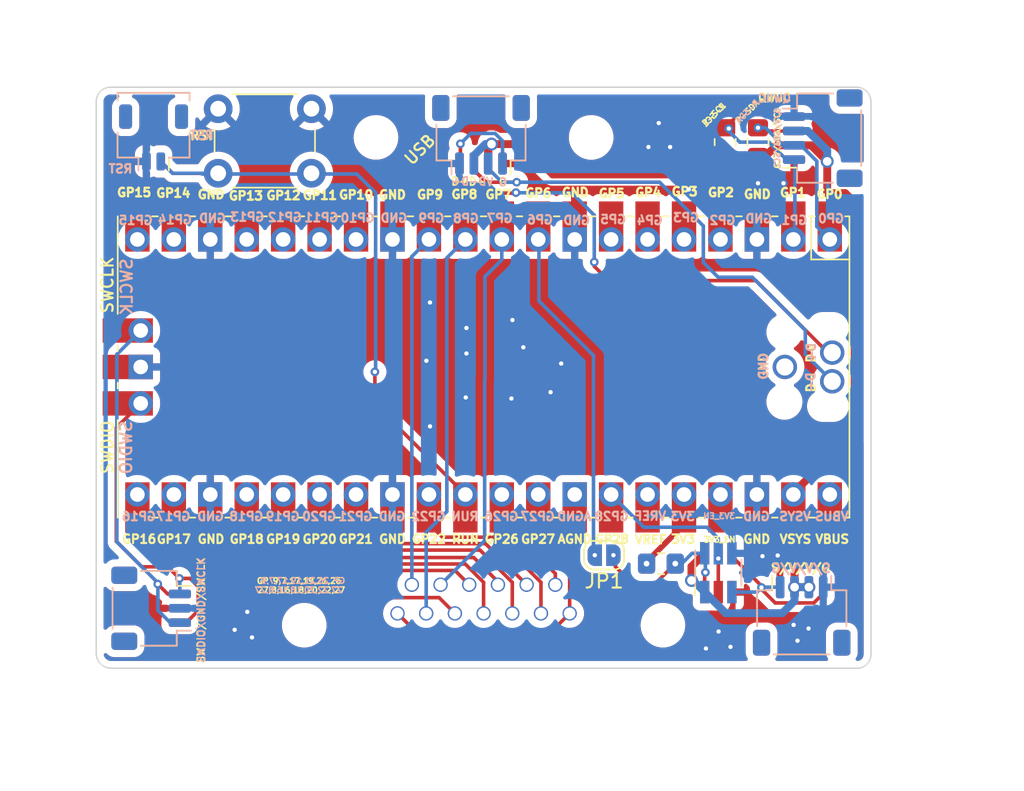
<source format=kicad_pcb>
(kicad_pcb (version 20211014) (generator pcbnew)
  (layers (0 "F.Cu" signal) (31 "B.Cu" signal) (34 "B.Paste" user) (35 "F.Paste" user) (36 "B.SilkS" user "B.Silkscreen") (37 "F.SilkS" user "F.Silkscreen") (38 "B.Mask" user) (39 "F.Mask" user) (44 "Edge.Cuts" user))
  (net 0 "")
  (net 12 "SWCLK")
  (net 13 "SWDIO")
  (net 14 "RGB_5v")
  (net 15 "SCL")
  (net 16 "SDA")
  (net 17 "VCC")
  (net 18 "GND")
  (net 19 "RGB")
  (net 20 "GP1")
  (net 21 "GP2")
  (net 22 "GP3")
  (net 23 "GP4")
  (net 24 "GP5")
  (net 25 "GP6")
  (net 26 "GP7")
  (net 27 "GP8")
  (net 28 "GP9")
  (net 29 "GP12")
  (net 30 "GP11")
  (net 31 "GP10")
  (net 32 "RUN")
  (net 36 "DM")
  (net 37 "DP")
  (net 38 "+3V3")
  (net 39 "OE")
  (net 40 "Handness")
  (footprint "ergodash_controller:JST_SH_SM04B-SRSS-TB_1x04-1MP_P1.00mm_Horizontal" (layer "F.Cu") (at 123.64 84.05 90)
    (fp_text reference "J1" hide)
    (fp_text value "Conn_01x04")
  )
  (footprint "ergodash_controller:R_0805_2012Metric_Pad1.20x1.40mm_HandSolder" (layer "F.Cu") (at 116.84 84.328 90)
    (fp_text reference "R2" hide)
    (fp_text value "R")
  )
  (footprint "ergodash_controller:JST_SHL_SM02B-SHLS-TF_1x02-1MP_P1.00mm_Horizontal" (layer "F.Cu") (at 77 84 180)
    (fp_text reference "J6" hide)
    (fp_text value "Conn_01x02")
  )
  (footprint "ergodash_controller:RPi_Pico_SMD_TH" (layer "F.Cu") (at 100 100 -90)
    (fp_text reference "U1" hide)
    (fp_text value "Pico")
  )
  (footprint "ergodash_controller:MountingHole_2.1mm" (layer "F.Cu") (at 92.5 84)
    (fp_text reference "H1" hide)
    (fp_text value "MountingHole")
  )
  (footprint "ergodash_controller:MountingHole_2.1mm" (layer "F.Cu") (at 107.5 84)
    (fp_text reference "H3" hide)
    (fp_text value "MountingHole")
  )
  (footprint "ergodash_controller:R_0805_2012Metric_Pad1.20x1.40mm_HandSolder" (layer "F.Cu") (at 119.126 84.328 90)
    (fp_text reference "R1" hide)
    (fp_text value "R" hide)
  )
  (footprint "ergodash_controller:MountingHole_2.1mm" (layer "F.Cu") (at 87.5 118)
    (fp_text reference "H2" hide)
    (fp_text value "MountingHole")
  )
  (footprint "ergodash_controller:JST_SH_SM03B-SRSS-TB_1x03-1MP_P1.00mm_Horizontal" (layer "F.Cu") (at 76.83 116.82 -90)
    (fp_text reference "J11" hide)
    (fp_text value "Conn_01x03")
  )
  (footprint "ergodash_controller:SW_PUSH_6mm" (layer "F.Cu") (at 88 86.5 180)
    (fp_text reference "SW1" hide)
    (fp_text value "SW_Push")
  )
  (footprint "ergodash_controller:MountingHole_2.1mm" (layer "F.Cu") (at 112.5 118)
    (fp_text reference "H4" hide)
    (fp_text value "MountingHole")
  )
  (footprint "ergodash_controller:JST_SH_SM04B-SRSS-TB_1x04-1MP_P1.00mm_Horizontal" (layer "F.Cu") (at 122.174 117.348)
    (fp_text reference "J2" hide)
    (fp_text value "Conn_01x04")
  )
  (footprint "ergodash_controller:SolderJumper-2_P1.3mm_Open_RoundedPad1.0x1.5mm" (layer "F.Cu") (at 108.4 113.12 180)
    (fp_text reference "JP1")
    (fp_text value "Jumper_2_Bridged")
  )
  (footprint "ergodash_controller:JST_SH_SM04B-SRSS-TB_1x04-1MP_P1.00mm_Horizontal" (layer "F.Cu") (at 99.822 83.82 180)
    (fp_text reference "J3" hide)
    (fp_text value "Conn_01x04")
  )
  (footprint "ergodash_controller:R_0805_2012Metric_Pad1.20x1.40mm_HandSolder_reversible" (layer "F.Cu") (at 112.36 113.71 180)
    (fp_text reference "R3" hide)
    (fp_text value "R" hide)
  )
  (footprint "ergodash_controller:SOT-23-5_HandSoldering" (layer "F.Cu") (at 116.36 114.34 90)
    (fp_text reference "U2" hide)
    (fp_text value "74AHCT1G126")
  )
  (footprint "ergodash_controller:JST_SH_SM04B-SRSS-TB_1x04-1MP_P1.00mm_Horizontal" (layer "B.Cu") (at 123.64 84.05 -90)
    (fp_text reference "J5" hide)
    (fp_text value "Conn_01x04")
  )
  (footprint "ergodash_controller:JST_SHL_SM02B-SHLS-TF_1x02-1MP_P1.00mm_Horizontal" (layer "B.Cu") (at 77 84)
    (fp_text reference "J7" hide)
    (fp_text value "Conn_01x02")
  )
  (footprint "ergodash_controller:JST_SH_SM03B-SRSS-TB_1x03-1MP_P1.00mm_Horizontal" (layer "B.Cu") (at 76.83 116.82 90)
    (fp_text reference "J10" hide)
    (fp_text value "Conn_01x03")
  )
  (footprint "ergodash_controller:HDGC_1.0K-J-12PW" (layer "B.Cu") (at 100 115.177)
    (fp_text reference "J4" hide)
    (fp_text value "Conn_01x12")
  )
  (footprint "ergodash_controller:JST_SH_SM04B-SRSS-TB_1x04-1MP_P1.00mm_Horizontal" (layer "B.Cu") (at 99.822 83.82)
    (fp_text reference "J9" hide)
    (fp_text value "Conn_01x04")
  )
  (footprint "ergodash_controller:SOT-23-5_HandSoldering" (layer "B.Cu") (at 116.36 114.34 -90)
    (fp_text reference "U3" hide)
    (fp_text value "74AHCT1G126")
  )
  (footprint "ergodash_controller:JST_SH_SM04B-SRSS-TB_1x04-1MP_P1.00mm_Horizontal" (layer "B.Cu") (at 122.174 117.348 180)
    (fp_text reference "J8" hide)
    (fp_text value "Conn_01x04")
  )
  (gr_arc (start 73 81.5) (mid 73.292893 80.792893) (end 74 80.5) (layer "Edge.Cuts") (width 0.1))
  (gr_arc (start 74 121) (mid 73.309069 120.690931) (end 73 120) (layer "Edge.Cuts") (width 0.1))
  (gr_line (start 126 80.5) (end 74 80.5) (layer "Edge.Cuts") (width 0.1))
  (gr_line (start 127 81.5) (end 127 120) (layer "Edge.Cuts") (width 0.1))
  (gr_arc (start 126.999999 120) (mid 126.716628 120.716628) (end 126 121) (layer "Edge.Cuts") (width 0.1))
  (gr_line (start 126 121) (end 74 121) (layer "Edge.Cuts") (width 0.1))
  (gr_line (start 73 81.5) (end 73 120) (layer "Edge.Cuts") (width 0.1))
  (gr_arc (start 126 80.5) (mid 126.707107 80.792893) (end 127 81.5) (layer "Edge.Cuts") (width 0.1))
  (gr_text "RST" (at 80.36 83.85) (layer "B.SilkS") (effects (font (size 0.6 0.6)) (justify mirror)))
  (gr_text "R-SDA" (at 118.39 82.2 45) (layer "B.SilkS") (effects (font (size 0.4 0.4) (thickness 0.1)) (justify mirror)))
  (gr_text "SWDIO/GND/SWCLK" (at 80.3 116.95 270) (layer "B.SilkS") (effects (font (size 0.5 0.5) (thickness 0.1)) (justify mirror)))
  (gr_text "G" (at 101.36 87.12) (layer "B.SilkS") (effects (font (size 0.55 0.55) (thickness 0.125)) (justify mirror)))
  (gr_text "QWIIC" (at 120.27 81.29) (layer "B.SilkS") (effects (font (size 0.55 0.55) (thickness 0.125)) (justify mirror)))
  (gr_text "G/V/SDA/SCL" (at 120.47 84.04 90) (layer "B.SilkS") (effects (font (size 0.4 0.4) (thickness 0.1)) (justify mirror)))
  (gr_text "S/V/V/G" (at 122.14 114.04) (layer "B.SilkS") (effects (font (size 0.6 0.6)) (justify mirror)))
  (gr_text "RST" (at 74.69 86.19) (layer "B.SilkS") (effects (font (size 0.6 0.6)) (justify mirror)))
  (gr_text "GP 26,21,19,17,7,9\n  27,22,20,18,16,8,27" (at 87.41 115.22) (layer "B.SilkS") (effects (font (size 0.4 0.4) (thickness 0.1)) (justify mirror)))
  (gr_text "D-" (at 99.57 87.07) (layer "B.SilkS") (effects (font (size 0.55 0.55) (thickness 0.125)) (justify mirror)))
  (gr_text "V" (at 100.43 87.1) (layer "B.SilkS") (effects (font (size 0.55 0.55) (thickness 0.125)) (justify mirror)))
  (gr_text "D+" (at 98.37 87.06) (layer "B.SilkS") (effects (font (size 0.55 0.55) (thickness 0.125)) (justify mirror)))
  (gr_text "GP 9,7,17,19,21,26\n 27,8,16,18,20,22,27" (at 87.14 115.23) (layer "F.SilkS") (effects (font (size 0.4 0.4) (thickness 0.1))))
  (gr_text "SWDIO/GND/SWCLK" (at 80.3 116.95 90) (layer "F.SilkS") (effects (font (size 0.5 0.5) (thickness 0.1))))
  (gr_text "USB" (at 95.56 84.85 45) (layer "F.SilkS") (effects (font (size 0.8 0.8))))
  (gr_text "S/V/V/G" (at 122.09 114.02) (layer "F.SilkS") (effects (font (size 0.6 0.6))))
  (gr_text "R-SCL" (at 116.05 82.4 45) (layer "F.SilkS") (effects (font (size 0.4 0.4) (thickness 0.1))))
  (gr_text "R-SCL" (at 116.07 82.43 45) (layer "F.SilkS") (effects (font (size 0.4 0.4) (thickness 0.1)) (justify mirror)))
  (gr_text "G/V/SDA/SCL" (at 120.47 84.05 90) (layer "F.SilkS") (effects (font (size 0.4 0.4) (thickness 0.1))))
  (gr_text "D+" (at 98.37 87.06) (layer "F.SilkS") (effects (font (size 0.55 0.55) (thickness 0.125))))
  (gr_text "D-" (at 99.58 87.07) (layer "F.SilkS") (effects (font (size 0.55 0.55) (thickness 0.125))))
  (gr_text "R-SDA" (at 118.39 82.22 45) (layer "F.SilkS") (effects (font (size 0.4 0.4) (thickness 0.1))))
  (gr_text "G" (at 101.35 87.1) (layer "F.SilkS") (effects (font (size 0.55 0.55) (thickness 0.125))))
  (gr_text "RST" (at 80.37 83.87) (layer "F.SilkS") (effects (font (size 0.6 0.6))))
  (gr_text "V" (at 100.43 87.1) (layer "F.SilkS") (effects (font (size 0.55 0.55) (thickness 0.125))))
  (gr_text "QWIIC" (at 120.29 81.22) (layer "F.SilkS") (effects (font (size 0.55 0.55) (thickness 0.125))))
  (segment (start 77.98 115.82) (end 78.83 115.82) (width 0.25) (layer "F.Cu") (net 12))
  (segment (start 77.29 115.13) (end 77.98 115.82) (width 0.25) (layer "F.Cu") (net 12))
  (via (at 77.29 115.13) (size 0.6) (drill 0.3) (layers "F.Cu" "B.Cu") (net 12))
  (segment (start 77.3 116.96) (end 78.16 117.82) (width 0.25) (layer "B.Cu") (net 12))
  (segment (start 78.16 117.82) (end 78.83 117.82) (width 0.25) (layer "B.Cu") (net 12))
  (segment (start 77.29 115.13) (end 77.3 115.14) (width 0.25) (layer "B.Cu") (net 12))
  (segment (start 77.29 115.042507) (end 74.44 112.192507) (width 0.25) (layer "B.Cu") (net 12))
  (segment (start 74.44 99.12) (end 76.1 97.46) (width 0.25) (layer "B.Cu") (net 12))
  (segment (start 77.3 115.14) (end 77.3 116.96) (width 0.25) (layer "B.Cu") (net 12))
  (segment (start 74.44 112.192507) (end 74.44 99.12) (width 0.25) (layer "B.Cu") (net 12))
  (segment (start 77.29 115.13) (end 77.29 115.042507) (width 0.25) (layer "B.Cu") (net 12))
  (segment (start 78.8 114.74) (end 79.54 114.74) (width 0.25) (layer "F.Cu") (net 13))
  (segment (start 77.98952 113.92952) (end 76.17952 113.92952) (width 0.25) (layer "F.Cu") (net 13))
  (segment (start 76.17952 113.92952) (end 74.4 112.15) (width 0.25) (layer "F.Cu") (net 13))
  (segment (start 80.11 116.986072) (end 79.276072 117.82) (width 0.25) (layer "F.Cu") (net 13))
  (segment (start 79.54 114.74) (end 80.11 115.31) (width 0.25) (layer "F.Cu") (net 13))
  (segment (start 78.8 114.74) (end 77.98952 113.92952) (width 0.25) (layer "F.Cu") (net 13))
  (segment (start 79.276072 117.82) (end 78.83 117.82) (width 0.25) (layer "F.Cu") (net 13))
  (segment (start 74.4 112.15) (end 74.4 104.24) (width 0.25) (layer "F.Cu") (net 13))
  (segment (start 74.4 104.24) (end 76.1 102.54) (width 0.25) (layer "F.Cu") (net 13))
  (segment (start 80.11 115.31) (end 80.11 116.986072) (width 0.25) (layer "F.Cu") (net 13))
  (via (at 78.8 114.74) (size 0.6) (drill 0.3) (layers "F.Cu" "B.Cu") (net 13))
  (segment (start 78.83 114.77) (end 78.83 115.82) (width 0.25) (layer "B.Cu") (net 13))
  (segment (start 78.8 114.74) (end 78.83 114.77) (width 0.25) (layer "B.Cu") (net 13))
  (segment (start 119.37 115.37) (end 119.37 115.490072) (width 0.25) (layer "F.Cu") (net 14))
  (segment (start 123.674 115.794072) (end 123.674 115.348) (width 0.25) (layer "F.Cu") (net 14))
  (segment (start 120.327448 116.44752) (end 123.020552 116.44752) (width 0.25) (layer "F.Cu") (net 14))
  (segment (start 119.37 115.26) (end 117.31 113.2) (width 0.25) (layer "F.Cu") (net 14))
  (segment (start 119.37 115.37) (end 119.37 115.26) (width 0.25) (layer "F.Cu") (net 14))
  (segment (start 117.31 113.2) (end 117.31 112.99) (width 0.25) (layer "F.Cu") (net 14))
  (segment (start 119.37 115.490072) (end 120.327448 116.44752) (width 0.25) (layer "F.Cu") (net 14))
  (segment (start 123.020552 116.44752) (end 123.674 115.794072) (width 0.25) (layer "F.Cu") (net 14))
  (via (at 119.37 115.37) (size 0.6) (drill 0.3) (layers "F.Cu" "B.Cu") (net 14))
  (segment (start 119.392 115.348) (end 120.674 115.348) (width 0.25) (layer "B.Cu") (net 14))
  (segment (start 119.37 115.37) (end 119.392 115.348) (width 0.25) (layer "B.Cu") (net 14))
  (segment (start 119.37 115.37) (end 119.05 115.69) (width 0.25) (layer "B.Cu") (net 14))
  (segment (start 119.05 115.69) (end 117.31 115.69) (width 0.25) (layer "B.Cu") (net 14))
  (segment (start 121.698 82.574) (end 121.52748 82.40348) (width 0.25) (layer "F.Cu") (net 15))
  (segment (start 121.52748 82.40348) (end 117.76452 82.40348) (width 0.25) (layer "F.Cu") (net 15))
  (segment (start 117.038 83.328) (end 117.094 83.384) (width 0.25) (layer "F.Cu") (net 15))
  (segment (start 116.84 83.328) (end 117.038 83.328) (width 0.25) (layer "F.Cu") (net 15))
  (segment (start 117.76452 82.40348) (end 116.84 83.328) (width 0.25) (layer "F.Cu") (net 15))
  (via (at 117.094 83.384) (size 0.6) (drill 0.3) (layers "F.Cu" "B.Cu") (net 15))
  (segment (start 121.698 85.574) (end 121.698 91.002) (width 0.25) (layer "B.Cu") (net 15))
  (segment (start 117.094 83.384) (end 117.094 83.566) (width 0.25) (layer "B.Cu") (net 15))
  (segment (start 117.856 84.328) (end 119.888 84.328) (width 0.25) (layer "B.Cu") (net 15))
  (segment (start 119.888 84.328) (end 121.134 85.574) (width 0.25) (layer "B.Cu") (net 15))
  (segment (start 117.094 83.566) (end 117.856 84.328) (width 0.25) (layer "B.Cu") (net 15))
  (segment (start 121.698 91.002) (end 121.59 91.11) (width 0.25) (layer "B.Cu") (net 15))
  (segment (start 121.134 85.574) (end 121.698 85.574) (width 0.25) (layer "B.Cu") (net 15))
  (segment (start 119.348 83.55) (end 119.126 83.328) (width 0.25) (layer "F.Cu") (net 16))
  (segment (start 119.558 83.76) (end 119.126 83.328) (width 0.25) (layer "F.Cu") (net 16))
  (segment (start 121.64 83.55) (end 119.348 83.55) (width 0.25) (layer "F.Cu") (net 16))
  (segment (start 119.372 83.574) (end 119.126 83.328) (width 0.25) (layer "F.Cu") (net 16))
  (via (at 119.126 83.328) (size 0.6) (drill 0.3) (layers "F.Cu" "B.Cu") (net 16))
  (segment (start 123.227489 90.207489) (end 124.13 91.11) (width 0.25) (layer "B.Cu") (net 16))
  (segment (start 120.896 84.574) (end 119.65 83.328) (width 0.25) (layer "B.Cu") (net 16))
  (segment (start 121.698 84.574) (end 120.896 84.574) (width 0.25) (layer "B.Cu") (net 16))
  (segment (start 119.65 83.328) (end 119.126 83.328) (width 0.25) (layer "B.Cu") (net 16))
  (segment (start 123.227489 85.657417) (end 123.227489 90.207489) (width 0.25) (layer "B.Cu") (net 16))
  (segment (start 121.698 84.574) (end 122.144072 84.574) (width 0.25) (layer "B.Cu") (net 16))
  (segment (start 122.144072 84.574) (end 123.227489 85.657417) (width 0.25) (layer "B.Cu") (net 16))
  (segment (start 100.322 86.074498) (end 100.322 84.982) (width 0.55) (layer "F.Cu") (net 17))
  (segment (start 123.952 87.884) (end 125.204 87.884) (width 0.55) (layer "F.Cu") (net 17))
  (segment (start 114.49 113.91) (end 115.41 112.99) (width 0.55) (layer "F.Cu") (net 17))
  (segment (start 100.554214 84.466286) (end 100.322 84.6985) (width 0.55) (layer "F.Cu") (net 17))
  (segment (start 123.952 85.67) (end 122.832 84.55) (width 0.55) (layer "F.Cu") (net 17))
  (segment (start 125.87 104.508) (end 121.59 108.788) (width 0.55) (layer "F.Cu") (net 17))
  (segment (start 125.87 88.55) (end 125.87 104.508) (width 0.55) (layer "F.Cu") (net 17))
  (segment (start 115.588 86.58) (end 116.84 85.328) (width 0.55) (layer "F.Cu") (net 17))
  (segment (start 125.204 87.884) (end 125.87 88.55) (width 0.55) (layer "F.Cu") (net 17))
  (segment (start 100.554214 84.466286) (end 102.706286 84.466286) (width 0.55) (layer "F.Cu") (net 17))
  (segment (start 123.952 85.67) (end 123.952 87.884) (width 0.55) (layer "F.Cu") (net 17))
  (segment (start 100.533428 84.4455) (end 100.4475 84.4455) (width 0.55) (layer "F.Cu") (net 17))
  (segment (start 100.554214 84.466286) (end 100.533428 84.4455) (width 0.55) (layer "F.Cu") (net 17))
  (segment (start 122.832 84.55) (end 120.412 84.55) (width 0.55) (layer "F.Cu") (net 17))
  (segment (start 121.59 108.788) (end 121.59 108.89) (width 0.55) (layer "F.Cu") (net 17))
  (segment (start 122.674 115.348) (end 121.674 115.348) (width 0.55) (layer "F.Cu") (net 17))
  (segment (start 104.82 86.58) (end 115.588 86.58) (width 0.55) (layer "F.Cu") (net 17))
  (segment (start 121.674 108.974) (end 121.59 108.89) (width 0.55) (layer "F.Cu") (net 17))
  (segment (start 119.126 85.328) (end 116.84 85.328) (width 0.55) (layer "F.Cu") (net 17))
  (segment (start 120.412 84.55) (end 119.38 85.582) (width 0.55) (layer "F.Cu") (net 17))
  (segment (start 121.674 115.348) (end 121.674 108.974) (width 0.55) (layer "F.Cu") (net 17))
  (segment (start 102.706286 84.466286) (end 104.82 86.58) (width 0.55) (layer "F.Cu") (net 17))
  (segment (start 100.322 84.982) (end 100.322 85.82) (width 0.55) (layer "F.Cu") (net 17))
  (segment (start 114.49 114.88) (end 114.49 113.91) (width 0.55) (layer "F.Cu") (net 17))
  (segment (start 100.322 84.6985) (end 100.322 85.82) (width 0.55) (layer "F.Cu") (net 17))
  (via (at 123.952 85.67) (size 0.9) (drill 0.6) (layers "F.Cu" "B.Cu") (net 17))
  (via (at 114.49 114.88) (size 0.9) (drill 0.6) (layers "F.Cu" "B.Cu") (net 17))
  (via (at 100.554214 84.466286) (size 0.9) (drill 0.6) (layers "F.Cu" "B.Cu") (net 17))
  (via (at 122.674 115.348) (size 0.9) (drill 0.6) (layers "F.Cu" "B.Cu") (net 17))
  (via (at 121.674 115.348) (size 0.9) (drill 0.6) (layers "F.Cu" "B.Cu") (net 17))
  (segment (start 115.41 115.69) (end 115.79 116.07) (width 0.55) (layer "B.Cu") (net 17))
  (segment (start 121.674 116.306) (end 121.674 115.348) (width 0.55) (layer "B.Cu") (net 17))
  (segment (start 116.88 117.16) (end 120.82 117.16) (width 0.55) (layer "B.Cu") (net 17))
  (segment (start 114.6 114.88) (end 115.79 116.07) (width 0.55) (layer "B.Cu") (net 17))
  (segment (start 123.952 85.67) (end 123.952 84.902) (width 0.55) (layer "B.Cu") (net 17))
  (segment (start 122.674 115.348) (end 121.674 115.348) (width 0.55) (layer "B.Cu") (net 17))
  (segment (start 99.322 85.265033) (end 99.322 85.82) (width 0.55) (layer "B.Cu") (net 17))
  (segment (start 115.79 116.07) (end 116.88 117.16) (width 0.55) (layer "B.Cu") (net 17))
  (segment (start 100.554214 84.466286) (end 100.120747 84.466286) (width 0.55) (layer "B.Cu") (net 17))
  (segment (start 123.952 84.902) (end 122.6 83.55) (width 0.55) (layer "B.Cu") (net 17))
  (segment (start 100.120747 84.466286) (end 99.322 85.265033) (width 0.55) (layer "B.Cu") (net 17))
  (segment (start 114.49 114.88) (end 114.6 114.88) (width 0.55) (layer "B.Cu") (net 17))
  (segment (start 120.82 117.16) (end 121.674 116.306) (width 0.55) (layer "B.Cu") (net 17))
  (segment (start 122.6 83.55) (end 121.64 83.55) (width 0.55) (layer "B.Cu") (net 17))
  (segment (start 93.65 108.89) (end 93.65 108.4) (width 0.25) (layer "F.Cu") (net 18))
  (segment (start 93.65 89.738) (end 93.726 89.662) (width 0.25) (layer "F.Cu") (net 18))
  (segment (start 93.65 91.11) (end 93.65 89.738) (width 0.25) (layer "F.Cu") (net 18))
  (via (at 101.94 102.2) (size 0.6) (drill 0.3) (layers "F.Cu" "B.Cu") (net 18))
  (via (at 113.003735 84.670601) (size 0.6) (drill 0.3) (layers "F.Cu" "B.Cu") (net 18))
  (via (at 102.01 96.73) (size 0.6) (drill 0.3) (layers "F.Cu" "B.Cu") (net 18))
  (via (at 111.49 84.67) (size 0.6) (drill 0.3) (layers "F.Cu" "B.Cu") (net 18))
  (via (at 117.21 119.51) (size 0.6) (drill 0.3) (layers "F.Cu" "B.Cu") (net 18))
  (via (at 83.86 118.85) (size 0.6) (drill 0.3) (layers "F.Cu" "B.Cu") (net 18))
  (via (at 98.756638 102.124715) (size 0.6) (drill 0.3) (layers "F.Cu" "B.Cu") (net 18))
  (via (at 96.012 99.568) (size 0.6) (drill 0.3) (layers "F.Cu" "B.Cu") (net 18))
  (via (at 104.67 101.76) (size 0.6) (drill 0.3) (layers "F.Cu" "B.Cu") (net 18))
  (via (at 96.266 104.14) (size 0.6) (drill 0.3) (layers "F.Cu" "B.Cu") (net 18))
  (via (at 112.21 83) (size 0.6) (drill 0.3) (layers "F.Cu" "B.Cu") (net 18))
  (via (at 121.88 119.08) (size 0.6) (drill 0.3) (layers "F.Cu" "B.Cu") (net 18))
  (via (at 121.61 117.98) (size 0.6) (drill 0.3) (layers "F.Cu" "B.Cu") (net 18))
  (via (at 83.53 117.07) (size 0.6) (drill 0.3) (layers "F.Cu" "B.Cu") (net 18))
  (via (at 98.806 99.06) (size 0.6) (drill 0.3) (layers "F.Cu" "B.Cu") (net 18))
  (via (at 116.38 118.44) (size 0.6) (drill 0.3) (layers "F.Cu" "B.Cu") (net 18))
  (via (at 119.44 113.19) (size 0.6) (drill 0.3) (layers "F.Cu" "B.Cu") (net 18))
  (via (at 105.41 99.76) (size 0.6) (drill 0.3) (layers "F.Cu" "B.Cu") (net 18))
  (via (at 119.126 87.194) (size 0.6) (drill 0.3) (layers "F.Cu" "B.Cu") (net 18))
  (via (at 120.904 87.194) (size 0.6) (drill 0.3) (layers "F.Cu" "B.Cu") (net 18))
  (via (at 122.65 118.23) (size 0.6) (drill 0.3) (layers "F.Cu" "B.Cu") (net 18))
  (via (at 120.5 113.14) (size 0.6) (drill 0.3) (layers "F.Cu" "B.Cu") (net 18))
  (via (at 115.5 119.62) (size 0.6) (drill 0.3) (layers "F.Cu" "B.Cu") (net 18))
  (via (at 114.3 87.63) (size 0.6) (drill 0.3) (layers "F.Cu" "B.Cu") (net 18))
  (via (at 98.806 97.282) (size 0.6) (drill 0.3) (layers "F.Cu" "B.Cu") (net 18))
  (via (at 82.65 118.32) (size 0.6) (drill 0.3) (layers "F.Cu" "B.Cu") (net 18))
  (via (at 102.77 98.63) (size 0.6) (drill 0.3) (layers "F.Cu" "B.Cu") (net 18))
  (via (at 96.266 95.504) (size 0.6) (drill 0.3) (layers "F.Cu" "B.Cu") (net 18))
  (segment (start 116.36 115.69) (end 116.36 113.35) (width 0.25) (layer "F.Cu") (net 19))
  (via (at 116.36 113.35) (size 0.6) (drill 0.3) (layers "F.Cu" "B.Cu") (net 19))
  (segment (start 116.36 112.99) (end 116.36 111.96) (width 0.25) (layer "B.Cu") (net 19))
  (segment (start 115.57 111.17) (end 111.17 111.17) (width 0.25) (layer "B.Cu") (net 19))
  (segment (start 116.36 111.96) (end 115.57 111.17) (width 0.25) (layer "B.Cu") (net 19))
  (segment (start 116.36 113.35) (end 116.36 112.99) (width 0.25) (layer "B.Cu") (net 19))
  (segment (start 111.17 111.17) (end 108.89 108.89) (width 0.25) (layer "B.Cu") (net 19))
  (segment (start 95.187 118.364) (end 94 117.177) (width 0.25) (layer "F.Cu") (net 20))
  (segment (start 104.813 118.364) (end 95.187 118.364) (width 0.25) (layer "F.Cu") (net 20))
  (segment (start 106 112.689022) (end 103.81 110.499022) (width 0.25) (layer "F.Cu") (net 20))
  (segment (start 106 117.177) (end 106 112.689022) (width 0.25) (layer "F.Cu") (net 20))
  (segment (start 106 117.177) (end 104.813 118.364) (width 0.25) (layer "F.Cu") (net 20))
  (segment (start 103.81 110.499022) (end 103.81 108.89) (width 0.25) (layer "F.Cu") (net 20))
  (segment (start 105 114.398) (end 101.27 110.668) (width 0.25) (layer "F.Cu") (net 21))
  (segment (start 105 115.177) (end 105 114.398) (width 0.25) (layer "F.Cu") (net 21))
  (segment (start 101.27 110.668) (end 101.27 108.89) (width 0.25) (layer "F.Cu") (net 21))
  (segment (start 96.19 110.922) (end 96.19 108.89) (width 0.25) (layer "F.Cu") (net 22))
  (segment (start 104 117.177) (end 104 115.010964) (width 0.25) (layer "F.Cu") (net 22))
  (segment (start 100.853547 111.864511) (end 97.132511 111.864511) (width 0.25) (layer "F.Cu") (net 22))
  (segment (start 97.132511 111.864511) (end 96.19 110.922) (width 0.25) (layer "F.Cu") (net 22))
  (segment (start 104 115.010964) (end 100.853547 111.864511) (width 0.25) (layer "F.Cu") (net 22))
  (segment (start 100.137031 112.314031) (end 92.756031 112.314031) (width 0.25) (layer "F.Cu") (net 23))
  (segment (start 103 115.177) (end 100.137031 112.314031) (width 0.25) (layer "F.Cu") (net 23))
  (segment (start 92.756031 112.314031) (end 91.11 110.668) (width 0.25) (layer "F.Cu") (net 23))
  (segment (start 91.11 110.668) (end 91.11 108.89) (width 0.25) (layer "F.Cu") (net 23))
  (segment (start 99.752587 112.763551) (end 90.157551 112.763551) (width 0.25) (layer "F.Cu") (net 24))
  (segment (start 88.57 111.176) (end 88.57 108.89) (width 0.25) (layer "F.Cu") (net 24))
  (segment (start 90.157551 112.763551) (end 88.57 111.176) (width 0.25) (layer "F.Cu") (net 24))
  (segment (start 102 115.010964) (end 99.752587 112.763551) (width 0.25) (layer "F.Cu") (net 24))
  (segment (start 102 117.177) (end 102 115.010964) (width 0.25) (layer "F.Cu") (net 24))
  (segment (start 88.392 113.284) (end 86.03 110.922) (width 0.25) (layer "F.Cu") (net 25))
  (segment (start 86.03 110.922) (end 86.03 108.89) (width 0.25) (layer "F.Cu") (net 25))
  (segment (start 101 114.97) (end 99.314 113.284) (width 0.25) (layer "F.Cu") (net 25))
  (segment (start 99.314 113.284) (end 88.392 113.284) (width 0.25) (layer "F.Cu") (net 25))
  (segment (start 101 115.177) (end 101 114.97) (width 0.25) (layer "F.Cu") (net 25))
  (segment (start 83.49 111.176) (end 83.49 108.89) (width 0.25) (layer "F.Cu") (net 26))
  (segment (start 84.851968 111.860991) (end 84.174991 111.860991) (width 0.25) (layer "F.Cu") (net 26))
  (segment (start 98.722556 113.73352) (end 87.31752 113.73352) (width 0.25) (layer "F.Cu") (net 26))
  (segment (start 85.448511 111.864511) (end 84.855488 111.864511) (width 0.25) (layer "F.Cu") (net 26))
  (segment (start 100 115.010964) (end 98.722556 113.73352) (width 0.25) (layer "F.Cu") (net 26))
  (segment (start 100 117.177) (end 100 115.010964) (width 0.25) (layer "F.Cu") (net 26))
  (segment (start 87.31752 113.73352) (end 85.448511 111.864511) (width 0.25) (layer "F.Cu") (net 26))
  (segment (start 84.174991 111.860991) (end 83.49 111.176) (width 0.25) (layer "F.Cu") (net 26))
  (segment (start 84.855488 111.864511) (end 84.851968 111.860991) (width 0.25) (layer "F.Cu") (net 26))
  (segment (start 87.00504 114.18304) (end 98.00604 114.18304) (width 0.25) (layer "F.Cu") (net 27))
  (segment (start 79.798511 112.310511) (end 84.665771 112.310511) (width 0.25) (layer "F.Cu") (net 27))
  (segment (start 84.669292 112.314031) (end 85.136031 112.314031) (width 0.25) (layer "F.Cu") (net 27))
  (segment (start 98.00604 114.18304) (end 99 115.177) (width 0.25) (layer "F.Cu") (net 27))
  (segment (start 78.41 108.89) (end 78.41 110.922) (width 0.25) (layer "F.Cu") (net 27))
  (segment (start 84.665771 112.310511) (end 84.669292 112.314031) (width 0.25) (layer "F.Cu") (net 27))
  (segment (start 78.41 110.922) (end 79.798511 112.310511) (width 0.25) (layer "F.Cu") (net 27))
  (segment (start 85.136031 112.314031) (end 87.00504 114.18304) (width 0.25) (layer "F.Cu") (net 27))
  (segment (start 98 117.177) (end 96.901 116.078) (width 0.25) (layer "F.Cu") (net 28))
  (segment (start 77.724 112.776) (end 75.87 110.922) (width 0.25) (layer "F.Cu") (net 28))
  (segment (start 86.818842 114.63256) (end 84.962282 112.776) (width 0.25) (layer "F.Cu") (net 28))
  (segment (start 93.726 116.078) (end 92.28056 114.63256) (width 0.25) (layer "F.Cu") (net 28))
  (segment (start 96.901 116.078) (end 93.726 116.078) (width 0.25) (layer "F.Cu") (net 28))
  (segment (start 92.28056 114.63256) (end 86.818842 114.63256) (width 0.25) (layer "F.Cu") (net 28))
  (segment (start 84.962282 112.776) (end 77.724 112.776) (width 0.25) (layer "F.Cu") (net 28))
  (segment (start 75.87 110.922) (end 75.87 108.89) (width 0.25) (layer "F.Cu") (net 28))
  (segment (start 95 115.177) (end 95 92.3) (width 0.25) (layer "B.Cu") (net 29))
  (segment (start 95 92.3) (end 96.19 91.11) (width 0.25) (layer "B.Cu") (net 29))
  (segment (start 97.44 92.4) (end 98.73 91.11) (width 0.25) (layer "B.Cu") (net 30))
  (segment (start 97.44 110.078) (end 97.44 92.4) (width 0.25) (layer "B.Cu") (net 30))
  (segment (start 96 117.177) (end 96 111.518) (width 0.25) (layer "B.Cu") (net 30))
  (segment (start 96 111.518) (end 97.44 110.078) (width 0.25) (layer "B.Cu") (net 30))
  (segment (start 100.095489 93.706511) (end 101.27 92.532) (width 0.25) (layer "B.Cu") (net 31))
  (segment (start 97 115.177) (end 100.076 112.101) (width 0.25) (layer "B.Cu") (net 31))
  (segment (start 101.27 92.532) (end 101.27 91.11) (width 0.25) (layer "B.Cu") (net 31))
  (segment (start 100.076 100.876978) (end 100.095489 100.857489) (width 0.25) (layer "B.Cu") (net 31))
  (segment (start 100.095489 100.857489) (end 100.095489 93.706511) (width 0.25) (layer "B.Cu") (net 31))
  (segment (start 100.076 112.101) (end 100.076 100.876978) (width 0.25) (layer "B.Cu") (net 31))
  (segment (start 92.424 102.584) (end 98.73 108.89) (width 0.25) (layer "F.Cu") (net 32))
  (segment (start 78.325 86.5) (end 77.5 85.675) (width 0.25) (layer "F.Cu") (net 32))
  (segment (start 92.424 100.34) (end 92.424 102.584) (width 0.25) (layer "F.Cu") (net 32))
  (segment (start 81.5 86.5) (end 78.325 86.5) (width 0.25) (layer "F.Cu") (net 32))
  (via (at 92.424 100.34) (size 0.6) (drill 0.3) (layers "F.Cu" "B.Cu") (net 32))
  (segment (start 78.325 86.5) (end 77.5 85.675) (width 0.25) (layer "B.Cu") (net 32))
  (segment (start 81.5 86.5) (end 78.325 86.5) (width 0.25) (layer "B.Cu") (net 32))
  (segment (start 92.424 100.34) (end 92.475489 100.288511) (width 0.25) (layer "B.Cu") (net 32))
  (segment (start 92.475489 100.288511) (end 92.475489 87.861489) (width 0.25) (layer "B.Cu") (net 32))
  (segment (start 91.164 86.55) (end 80.369 86.55) (width 0.25) (layer "B.Cu") (net 32))
  (segment (start 92.475489 87.861489) (end 91.164 86.55) (width 0.25) (layer "B.Cu") (net 32))
  (segment (start 102.306368 87.121888) (end 100.177816 87.121888) (width 0.25) (layer "F.Cu") (net 36))
  (segment (start 99.322 86.266072) (end 99.322 85.844) (width 0.25) (layer "F.Cu") (net 36))
  (segment (start 100.177816 87.121888) (end 99.322 86.266072) (width 0.25) (layer "F.Cu") (net 36))
  (via (at 102.306368 87.121888) (size 0.6) (drill 0.3) (layers "F.Cu" "B.Cu") (net 36))
  (segment (start 102.306368 87.121888) (end 102.30648 87.122) (width 0.25) (layer "B.Cu") (net 36))
  (segment (start 122.424 97.438686) (end 122.424 99.124) (width 0.25) (layer "B.Cu") (net 36))
  (segment (start 100.322 86.162835) (end 100.322 85.82) (width 0.25) (layer "B.Cu") (net 36))
  (segment (start 115.316 90.17) (end 115.316 92.71) (width 0.25) (layer "B.Cu") (net 36))
  (segment (start 122.424 99.124) (end 124.3 101) (width 0.25) (layer "B.Cu") (net 36))
  (segment (start 101.281053 87.121888) (end 100.322 86.162835) (width 0.25) (layer "B.Cu") (net 36))
  (segment (start 102.306368 87.121888) (end 101.281053 87.121888) (width 0.25) (layer "B.Cu") (net 36))
  (segment (start 115.316 92.71) (end 116.351657 93.745657) (width 0.25) (layer "B.Cu") (net 36))
  (segment (start 118.730971 93.745657) (end 122.424 97.438686) (width 0.25) (layer "B.Cu") (net 36))
  (segment (start 112.268 87.122) (end 115.316 90.17) (width 0.25) (layer "B.Cu") (net 36))
  (segment (start 116.351657 93.745657) (end 118.730971 93.745657) (width 0.25) (layer "B.Cu") (net 36))
  (segment (start 102.30648 87.122) (end 112.268 87.122) (width 0.25) (layer "B.Cu") (net 36))
  (segment (start 102.254 87.8465) (end 102.2165 87.884) (width 0.25) (layer "F.Cu") (net 37))
  (segment (start 123.996821 99) (end 118.976821 93.98) (width 0.25) (layer "F.Cu") (net 37))
  (segment (start 102.2165 87.884) (end 99.314 87.884) (width 0.25) (layer "F.Cu") (net 37))
  (segment (start 98.322 86.892) (end 98.322 85.82) (width 0.25) (layer "F.Cu") (net 37))
  (segment (start 118.976821 93.98) (end 108.712 93.98) (width 0.25) (layer "F.Cu") (net 37))
  (segment (start 108.712 93.98) (end 107.715489 92.983489) (width 0.25) (layer "F.Cu") (net 37))
  (segment (start 98.384 85.758) (end 98.322 85.82) (width 0.25) (layer "F.Cu") (net 37))
  (segment (start 98.384 84.4455) (end 98.384 85.758) (width 0.25) (layer "F.Cu") (net 37))
  (segment (start 124.3 99) (end 124.106 98.806) (width 0.25) (layer "F.Cu") (net 37))
  (segment (start 99.314 87.884) (end 98.322 86.892) (width 0.25) (layer "F.Cu") (net 37))
  (segment (start 107.715489 92.983489) (end 107.715489 92.690511) (width 0.25) (layer "F.Cu") (net 37))
  (segment (start 124.3 99) (end 123.996821 99) (width 0.25) (layer "F.Cu") (net 37))
  (via (at 98.384 84.4455) (size 0.6) (drill 0.3) (layers "F.Cu" "B.Cu") (net 37))
  (via (at 102.254 87.8465) (size 0.6) (drill 0.3) (layers "F.Cu" "B.Cu") (net 37))
  (via (at 107.715489 92.690511) (size 0.6) (drill 0.3) (layers "F.Cu" "B.Cu") (net 37))
  (segment (start 99.108511 83.720989) (end 98.384 84.4455) (width 0.25) (layer "B.Cu") (net 37))
  (segment (start 100.800989 83.720989) (end 99.108511 83.720989) (width 0.25) (layer "B.Cu") (net 37))
  (segment (start 101.322 85.82) (end 101.322 84.242) (width 0.25) (layer "B.Cu") (net 37))
  (segment (start 101.322 84.242) (end 100.800989 83.720989) (width 0.25) (layer "B.Cu") (net 37))
  (segment (start 102.254 87.8465) (end 102.267998 87.860498) (width 0.25) (layer "B.Cu") (net 37))
  (segment (start 102.267998 87.860498) (end 106.148498 87.860498) (width 0.25) (layer "B.Cu") (net 37))
  (segment (start 107.715489 89.427489) (end 107.715489 92.690511) (width 0.25) (layer "B.Cu") (net 37))
  (segment (start 106.148498 87.860498) (end 107.715489 89.427489) (width 0.25) (layer "B.Cu") (net 37))
  (segment (start 113.97 110.98) (end 111.24 113.71) (width 0.4) (layer "F.Cu") (net 38))
  (segment (start 113.97 108.89) (end 113.97 110.98) (width 0.4) (layer "F.Cu") (net 38))
  (segment (start 111.96 115.11) (end 110.38 115.11) (width 0.25) (layer "F.Cu") (net 39))
  (segment (start 109.19 113.92) (end 109.19 113.26) (width 0.25) (layer "F.Cu") (net 39))
  (segment (start 115.41 115.69) (end 115.41 114.37) (width 0.25) (layer "F.Cu") (net 39))
  (segment (start 110.38 115.11) (end 109.19 113.92) (width 0.25) (layer "F.Cu") (net 39))
  (segment (start 109.19 113.26) (end 109.05 113.12) (width 0.25) (layer "F.Cu") (net 39))
  (segment (start 113.36 113.71) (end 111.96 115.11) (width 0.25) (layer "F.Cu") (net 39))
  (segment (start 115.41 114.37) (end 115.46 114.32) (width 0.25) (layer "F.Cu") (net 39))
  (via (at 115.46 114.32) (size 0.6) (drill 0.3) (layers "F.Cu" "B.Cu") (net 39))
  (via (at 109.05 113.12) (size 0.6) (drill 0.3) (layers "F.Cu" "B.Cu") (net 39))
  (segment (start 113.81 113.71) (end 114.53 112.99) (width 0.25) (layer "B.Cu") (net 39))
  (segment (start 113.36 113.71) (end 113.81 113.71) (width 0.25) (layer "B.Cu") (net 39))
  (segment (start 114.53 112.99) (end 115.41 112.99) (width 0.25) (layer "B.Cu") (net 39))
  (segment (start 115.46 113.04) (end 115.41 112.99) (width 0.25) (layer "B.Cu") (net 39))
  (segment (start 115.46 114.32) (end 115.46 113.04) (width 0.25) (layer "B.Cu") (net 39))
  (via (at 107.75 113.12) (size 0.6) (drill 0.3) (layers "F.Cu" "B.Cu") (net 40))
  (segment (start 107.66 113.03) (end 107.66 99.2) (width 0.25) (layer "B.Cu") (net 40))
  (segment (start 103.86 95.4) (end 103.86 91.16) (width 0.25) (layer "B.Cu") (net 40))
  (segment (start 107.66 99.2) (end 103.86 95.4) (width 0.25) (layer "B.Cu") (net 40))
  (segment (start 107.75 113.12) (end 107.66 113.03) (width 0.25) (layer "B.Cu") (net 40))
  (segment (start 103.86 91.16) (end 103.81 91.11) (width 0.25) (layer "B.Cu") (net 40))
  (zone (net 18) (net_name "GND") (layers F&B.Cu) (connect_pads (clearance 0.508)) (min_thickness 0.254) (fill yes (thermal_gap 0.508) (thermal_bridge_width 0.508))
    (polygon (pts (xy 137.668 87.884) (xy 133.35 119.126) (xy 131.826 126.238) (xy 68.072 129.54) (xy 66.294 74.93) (xy 128.27 74.422)))
  )
)
</source>
